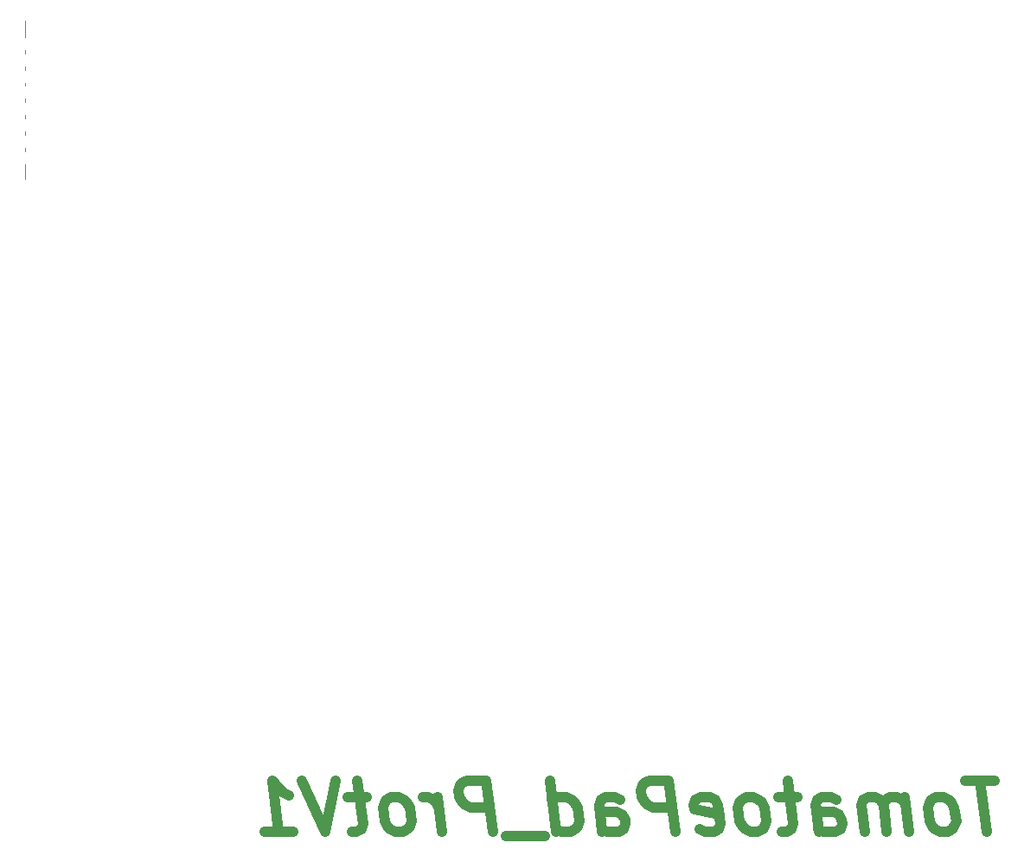
<source format=gbo>
G04 #@! TF.GenerationSoftware,KiCad,Pcbnew,9.0.0*
G04 #@! TF.CreationDate,2025-05-11T16:12:36-07:00*
G04 #@! TF.ProjectId,HE_Leverless_Mainboard,48455f4c-6576-4657-926c-6573735f4d61,rev?*
G04 #@! TF.SameCoordinates,Original*
G04 #@! TF.FileFunction,Legend,Bot*
G04 #@! TF.FilePolarity,Positive*
%FSLAX46Y46*%
G04 Gerber Fmt 4.6, Leading zero omitted, Abs format (unit mm)*
G04 Created by KiCad (PCBNEW 9.0.0) date 2025-05-11 16:12:36*
%MOMM*%
%LPD*%
G01*
G04 APERTURE LIST*
%ADD10C,1.000000*%
%ADD11C,0.100000*%
%ADD12C,2.500000*%
%ADD13C,1.905000*%
%ADD14C,0.900000*%
%ADD15C,2.700000*%
%ADD16C,1.000000*%
%ADD17C,6.400000*%
%ADD18C,2.000000*%
%ADD19C,1.200000*%
G04 APERTURE END LIST*
D10*
X297967376Y-169782796D02*
X295110233Y-169782796D01*
X297163805Y-174782796D02*
X296538805Y-169782796D01*
X293354281Y-174782796D02*
X293800709Y-174544701D01*
X293800709Y-174544701D02*
X294009042Y-174306605D01*
X294009042Y-174306605D02*
X294187614Y-173830415D01*
X294187614Y-173830415D02*
X294009042Y-172401843D01*
X294009042Y-172401843D02*
X293711423Y-171925653D01*
X293711423Y-171925653D02*
X293443566Y-171687558D01*
X293443566Y-171687558D02*
X292937614Y-171449462D01*
X292937614Y-171449462D02*
X292223328Y-171449462D01*
X292223328Y-171449462D02*
X291776900Y-171687558D01*
X291776900Y-171687558D02*
X291568566Y-171925653D01*
X291568566Y-171925653D02*
X291389995Y-172401843D01*
X291389995Y-172401843D02*
X291568566Y-173830415D01*
X291568566Y-173830415D02*
X291866185Y-174306605D01*
X291866185Y-174306605D02*
X292134042Y-174544701D01*
X292134042Y-174544701D02*
X292639995Y-174782796D01*
X292639995Y-174782796D02*
X293354281Y-174782796D01*
X289544756Y-174782796D02*
X289128090Y-171449462D01*
X289187613Y-171925653D02*
X288919756Y-171687558D01*
X288919756Y-171687558D02*
X288413804Y-171449462D01*
X288413804Y-171449462D02*
X287699518Y-171449462D01*
X287699518Y-171449462D02*
X287253090Y-171687558D01*
X287253090Y-171687558D02*
X287074518Y-172163748D01*
X287074518Y-172163748D02*
X287401899Y-174782796D01*
X287074518Y-172163748D02*
X286776899Y-171687558D01*
X286776899Y-171687558D02*
X286270947Y-171449462D01*
X286270947Y-171449462D02*
X285556661Y-171449462D01*
X285556661Y-171449462D02*
X285110232Y-171687558D01*
X285110232Y-171687558D02*
X284931661Y-172163748D01*
X284931661Y-172163748D02*
X285259042Y-174782796D01*
X280735232Y-174782796D02*
X280407851Y-172163748D01*
X280407851Y-172163748D02*
X280586423Y-171687558D01*
X280586423Y-171687558D02*
X281032851Y-171449462D01*
X281032851Y-171449462D02*
X281985232Y-171449462D01*
X281985232Y-171449462D02*
X282491184Y-171687558D01*
X280705470Y-174544701D02*
X281211423Y-174782796D01*
X281211423Y-174782796D02*
X282401899Y-174782796D01*
X282401899Y-174782796D02*
X282848327Y-174544701D01*
X282848327Y-174544701D02*
X283026899Y-174068510D01*
X283026899Y-174068510D02*
X282967375Y-173592320D01*
X282967375Y-173592320D02*
X282669756Y-173116129D01*
X282669756Y-173116129D02*
X282163804Y-172878034D01*
X282163804Y-172878034D02*
X280973327Y-172878034D01*
X280973327Y-172878034D02*
X280467375Y-172639939D01*
X278651898Y-171449462D02*
X276747136Y-171449462D01*
X277729279Y-169782796D02*
X278264994Y-174068510D01*
X278264994Y-174068510D02*
X278086422Y-174544701D01*
X278086422Y-174544701D02*
X277639994Y-174782796D01*
X277639994Y-174782796D02*
X277163803Y-174782796D01*
X274782851Y-174782796D02*
X275229279Y-174544701D01*
X275229279Y-174544701D02*
X275437612Y-174306605D01*
X275437612Y-174306605D02*
X275616184Y-173830415D01*
X275616184Y-173830415D02*
X275437612Y-172401843D01*
X275437612Y-172401843D02*
X275139993Y-171925653D01*
X275139993Y-171925653D02*
X274872136Y-171687558D01*
X274872136Y-171687558D02*
X274366184Y-171449462D01*
X274366184Y-171449462D02*
X273651898Y-171449462D01*
X273651898Y-171449462D02*
X273205470Y-171687558D01*
X273205470Y-171687558D02*
X272997136Y-171925653D01*
X272997136Y-171925653D02*
X272818565Y-172401843D01*
X272818565Y-172401843D02*
X272997136Y-173830415D01*
X272997136Y-173830415D02*
X273294755Y-174306605D01*
X273294755Y-174306605D02*
X273562612Y-174544701D01*
X273562612Y-174544701D02*
X274068565Y-174782796D01*
X274068565Y-174782796D02*
X274782851Y-174782796D01*
X269038802Y-174544701D02*
X269544755Y-174782796D01*
X269544755Y-174782796D02*
X270497136Y-174782796D01*
X270497136Y-174782796D02*
X270943564Y-174544701D01*
X270943564Y-174544701D02*
X271122136Y-174068510D01*
X271122136Y-174068510D02*
X270884041Y-172163748D01*
X270884041Y-172163748D02*
X270586421Y-171687558D01*
X270586421Y-171687558D02*
X270080469Y-171449462D01*
X270080469Y-171449462D02*
X269128088Y-171449462D01*
X269128088Y-171449462D02*
X268681660Y-171687558D01*
X268681660Y-171687558D02*
X268503088Y-172163748D01*
X268503088Y-172163748D02*
X268562612Y-172639939D01*
X268562612Y-172639939D02*
X271003088Y-173116129D01*
X266687612Y-174782796D02*
X266062612Y-169782796D01*
X266062612Y-169782796D02*
X264157850Y-169782796D01*
X264157850Y-169782796D02*
X263711422Y-170020891D01*
X263711422Y-170020891D02*
X263503088Y-170258986D01*
X263503088Y-170258986D02*
X263324517Y-170735177D01*
X263324517Y-170735177D02*
X263413803Y-171449462D01*
X263413803Y-171449462D02*
X263711422Y-171925653D01*
X263711422Y-171925653D02*
X263979279Y-172163748D01*
X263979279Y-172163748D02*
X264485231Y-172401843D01*
X264485231Y-172401843D02*
X266389993Y-172401843D01*
X259544755Y-174782796D02*
X259217374Y-172163748D01*
X259217374Y-172163748D02*
X259395946Y-171687558D01*
X259395946Y-171687558D02*
X259842374Y-171449462D01*
X259842374Y-171449462D02*
X260794755Y-171449462D01*
X260794755Y-171449462D02*
X261300707Y-171687558D01*
X259514993Y-174544701D02*
X260020946Y-174782796D01*
X260020946Y-174782796D02*
X261211422Y-174782796D01*
X261211422Y-174782796D02*
X261657850Y-174544701D01*
X261657850Y-174544701D02*
X261836422Y-174068510D01*
X261836422Y-174068510D02*
X261776898Y-173592320D01*
X261776898Y-173592320D02*
X261479279Y-173116129D01*
X261479279Y-173116129D02*
X260973327Y-172878034D01*
X260973327Y-172878034D02*
X259782850Y-172878034D01*
X259782850Y-172878034D02*
X259276898Y-172639939D01*
X255020945Y-174782796D02*
X254395945Y-169782796D01*
X254991183Y-174544701D02*
X255497136Y-174782796D01*
X255497136Y-174782796D02*
X256449517Y-174782796D01*
X256449517Y-174782796D02*
X256895945Y-174544701D01*
X256895945Y-174544701D02*
X257104278Y-174306605D01*
X257104278Y-174306605D02*
X257282850Y-173830415D01*
X257282850Y-173830415D02*
X257104278Y-172401843D01*
X257104278Y-172401843D02*
X256806659Y-171925653D01*
X256806659Y-171925653D02*
X256538802Y-171687558D01*
X256538802Y-171687558D02*
X256032850Y-171449462D01*
X256032850Y-171449462D02*
X255080469Y-171449462D01*
X255080469Y-171449462D02*
X254634040Y-171687558D01*
X253889992Y-175258986D02*
X250080468Y-175258986D01*
X248830468Y-174782796D02*
X248205468Y-169782796D01*
X248205468Y-169782796D02*
X246300706Y-169782796D01*
X246300706Y-169782796D02*
X245854278Y-170020891D01*
X245854278Y-170020891D02*
X245645944Y-170258986D01*
X245645944Y-170258986D02*
X245467373Y-170735177D01*
X245467373Y-170735177D02*
X245556659Y-171449462D01*
X245556659Y-171449462D02*
X245854278Y-171925653D01*
X245854278Y-171925653D02*
X246122135Y-172163748D01*
X246122135Y-172163748D02*
X246628087Y-172401843D01*
X246628087Y-172401843D02*
X248532849Y-172401843D01*
X243830468Y-174782796D02*
X243413802Y-171449462D01*
X243532849Y-172401843D02*
X243235230Y-171925653D01*
X243235230Y-171925653D02*
X242967373Y-171687558D01*
X242967373Y-171687558D02*
X242461421Y-171449462D01*
X242461421Y-171449462D02*
X241985230Y-171449462D01*
X240020945Y-174782796D02*
X240467373Y-174544701D01*
X240467373Y-174544701D02*
X240675706Y-174306605D01*
X240675706Y-174306605D02*
X240854278Y-173830415D01*
X240854278Y-173830415D02*
X240675706Y-172401843D01*
X240675706Y-172401843D02*
X240378087Y-171925653D01*
X240378087Y-171925653D02*
X240110230Y-171687558D01*
X240110230Y-171687558D02*
X239604278Y-171449462D01*
X239604278Y-171449462D02*
X238889992Y-171449462D01*
X238889992Y-171449462D02*
X238443564Y-171687558D01*
X238443564Y-171687558D02*
X238235230Y-171925653D01*
X238235230Y-171925653D02*
X238056659Y-172401843D01*
X238056659Y-172401843D02*
X238235230Y-173830415D01*
X238235230Y-173830415D02*
X238532849Y-174306605D01*
X238532849Y-174306605D02*
X238800706Y-174544701D01*
X238800706Y-174544701D02*
X239306659Y-174782796D01*
X239306659Y-174782796D02*
X240020945Y-174782796D01*
X236509039Y-171449462D02*
X234604277Y-171449462D01*
X235586420Y-169782796D02*
X236122135Y-174068510D01*
X236122135Y-174068510D02*
X235943563Y-174544701D01*
X235943563Y-174544701D02*
X235497135Y-174782796D01*
X235497135Y-174782796D02*
X235020944Y-174782796D01*
X233443563Y-169782796D02*
X232401896Y-174782796D01*
X232401896Y-174782796D02*
X230110230Y-169782796D01*
X226449516Y-174782796D02*
X229306658Y-174782796D01*
X227878087Y-174782796D02*
X227253087Y-169782796D01*
X227253087Y-169782796D02*
X227818563Y-170497081D01*
X227818563Y-170497081D02*
X228354278Y-170973272D01*
X228354278Y-170973272D02*
X228860230Y-171211367D01*
D11*
X203021699Y-95405699D02*
X203021699Y-110905699D01*
%LPC*%
D12*
X299196699Y-72196701D03*
X303696699Y-72196701D03*
X308196699Y-72196701D03*
D13*
X138346699Y-74446701D03*
X131046699Y-74446701D03*
X138346699Y-69946701D03*
X131046699Y-69946701D03*
D14*
X227416698Y-145596699D03*
D15*
X232496698Y-145596699D03*
D14*
X237576698Y-145596699D03*
D16*
X231226698Y-154596699D03*
X232496698Y-154596699D03*
X233766698Y-154596699D03*
D14*
X201416698Y-134096699D03*
D15*
X206496698Y-134096699D03*
D14*
X211576698Y-134096699D03*
D16*
X205226698Y-143096699D03*
X206496698Y-143096699D03*
X207766698Y-143096699D03*
D13*
X274346699Y-74446701D03*
X267046699Y-74446701D03*
X274346699Y-69946701D03*
X267046699Y-69946701D03*
D14*
X130816700Y-112396699D03*
D15*
X135896700Y-112396699D03*
D14*
X140976700Y-112396699D03*
D16*
X134626700Y-121396699D03*
X135896700Y-121396699D03*
X137166700Y-121396699D03*
D17*
X257696699Y-200196701D03*
D14*
X167080626Y-187419100D03*
D15*
X171582540Y-189772644D03*
D14*
X176084454Y-192126188D03*
D16*
X172888566Y-197203303D03*
X173476952Y-196077825D03*
X174065338Y-194952346D03*
D14*
X314814884Y-123556177D03*
D15*
X319774468Y-122456664D03*
D14*
X324734052Y-121357151D03*
D16*
X316028059Y-126810744D03*
X316302937Y-128050640D03*
X316577815Y-129290536D03*
D17*
X327696699Y-192196701D03*
D14*
X98816700Y-112396700D03*
D15*
X103896700Y-112396700D03*
D14*
X108976700Y-112396700D03*
D16*
X102626700Y-121396700D03*
X103896700Y-121396700D03*
X105166700Y-121396700D03*
D13*
X123346699Y-74446701D03*
X116046699Y-74446701D03*
X123346699Y-69946701D03*
X116046699Y-69946701D03*
D17*
X67696699Y-80196701D03*
D18*
X188696699Y-90495699D03*
X188696699Y-93035699D03*
X188696699Y-95575699D03*
X188696699Y-98115699D03*
X188696699Y-100655699D03*
X188696699Y-103195699D03*
X188696699Y-105735699D03*
X188696699Y-108275699D03*
X188696699Y-110815699D03*
X206696699Y-110815699D03*
X206696699Y-108275699D03*
X206696699Y-105735699D03*
X206696699Y-103195699D03*
X206696699Y-100655699D03*
X206696699Y-98115699D03*
X206696699Y-95575699D03*
X206696699Y-93035699D03*
X206696699Y-90495699D03*
D19*
X203046699Y-108855699D03*
X203046699Y-107255699D03*
X203046699Y-105655699D03*
X203046699Y-104055699D03*
X203046699Y-102455699D03*
X203046699Y-100855699D03*
X203046699Y-99255699D03*
X203046699Y-97655699D03*
D17*
X137696699Y-200196701D03*
X67696699Y-145196701D03*
D14*
X157816700Y-129596699D03*
D15*
X162896700Y-129596699D03*
D14*
X167976700Y-129596699D03*
D16*
X161626700Y-138596699D03*
X162896700Y-138596699D03*
X164166700Y-138596699D03*
D14*
X286416698Y-128396700D03*
D15*
X291496698Y-128396700D03*
D14*
X296576698Y-128396700D03*
D16*
X290226698Y-137396700D03*
X291496698Y-137396700D03*
X292766698Y-137396700D03*
D17*
X327696699Y-80196701D03*
D13*
X108346699Y-74446701D03*
X101046699Y-74446701D03*
X108346699Y-69946701D03*
X101046699Y-69946701D03*
D17*
X327696699Y-145196701D03*
D14*
X282416698Y-97396700D03*
D15*
X287496698Y-97396700D03*
D14*
X292576698Y-97396700D03*
D16*
X286226698Y-106396700D03*
X287496698Y-106396700D03*
X288766698Y-106396700D03*
D17*
X177521699Y-72196701D03*
D14*
X249416698Y-97396699D03*
D15*
X254496698Y-97396699D03*
D14*
X259576698Y-97396699D03*
D16*
X253226698Y-106396699D03*
X254496698Y-106396699D03*
X255766698Y-106396699D03*
D17*
X197696699Y-200196701D03*
D13*
X289346699Y-74446701D03*
X282046699Y-74446701D03*
X289346699Y-69946701D03*
X282046699Y-69946701D03*
D17*
X184696699Y-132196701D03*
D14*
X222416698Y-114596699D03*
D15*
X227496698Y-114596699D03*
D14*
X232576698Y-114596699D03*
D16*
X226226698Y-123596699D03*
X227496698Y-123596699D03*
X228766698Y-123596699D03*
D17*
X218196699Y-72196701D03*
D13*
X259346699Y-74446701D03*
X252046699Y-74446701D03*
X259346699Y-69946701D03*
X252046699Y-69946701D03*
D14*
X254416698Y-128396699D03*
D15*
X259496698Y-128396699D03*
D14*
X264576698Y-128396699D03*
D16*
X258226698Y-137396699D03*
X259496698Y-137396699D03*
X260766698Y-137396699D03*
D17*
X67696699Y-192196701D03*
D14*
X219308944Y-192126188D03*
D15*
X223810858Y-189772644D03*
D14*
X228312772Y-187419100D03*
D16*
X221328060Y-194952346D03*
X221916446Y-196077825D03*
X222504832Y-197203303D03*
%LPD*%
M02*

</source>
